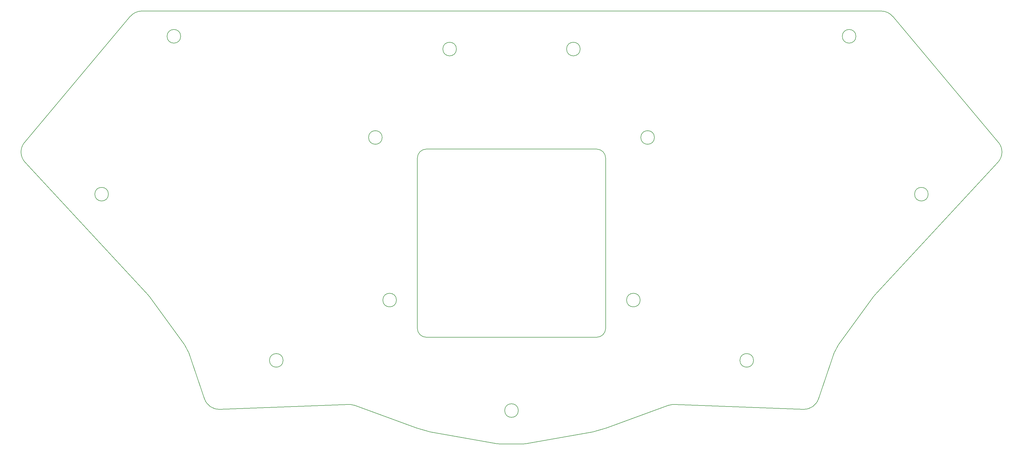
<source format=gbr>
%TF.GenerationSoftware,KiCad,Pcbnew,8.0.1*%
%TF.CreationDate,2024-05-19T15:34:11+09:00*%
%TF.ProjectId,pcb_plate,7063625f-706c-4617-9465-2e6b69636164,v1.0.0*%
%TF.SameCoordinates,Original*%
%TF.FileFunction,Profile,NP*%
%FSLAX46Y46*%
G04 Gerber Fmt 4.6, Leading zero omitted, Abs format (unit mm)*
G04 Created by KiCad (PCBNEW 8.0.1) date 2024-05-19 15:34:11*
%MOMM*%
%LPD*%
G01*
G04 APERTURE LIST*
%TA.AperFunction,Profile*%
%ADD10C,0.150000*%
%TD*%
G04 APERTURE END LIST*
D10*
X296295533Y-123763226D02*
G75*
G02*
X291795533Y-123763226I-2250000J0D01*
G01*
X291795533Y-123763226D02*
G75*
G02*
X296295533Y-123763226I2250000J0D01*
G01*
X234496847Y-245594894D02*
X213934686Y-253078907D01*
X343294718Y-158746881D02*
G75*
G02*
X343132279Y-165358925I-3830218J-3213919D01*
G01*
X210731083Y-160997081D02*
X154601087Y-160997074D01*
X225124896Y-210837284D02*
G75*
G02*
X220624888Y-210837284I-2250004J0D01*
G01*
X220624888Y-210837284D02*
G75*
G02*
X225124896Y-210837284I2250004J0D01*
G01*
X151601083Y-163997077D02*
X151601084Y-220127076D01*
X22199879Y-165358937D02*
G75*
G02*
X22037464Y-158746881I3667801J3398117D01*
G01*
X73536640Y-123763224D02*
G75*
G02*
X69036630Y-123763224I-2250005J0D01*
G01*
X69036630Y-123763224D02*
G75*
G02*
X73536640Y-123763224I2250005J0D01*
G01*
X302043063Y-209759513D02*
X290531640Y-225545711D01*
X283912568Y-243502481D02*
G75*
G02*
X278992532Y-246888085I-4733368J1610881D01*
G01*
X302043065Y-209759514D02*
G75*
G02*
X302415221Y-209307358I4040635J-2946486D01*
G01*
X154601085Y-223127079D02*
X210731081Y-223127078D01*
X86339636Y-246888106D02*
G75*
G02*
X81419608Y-243502474I-186636J4996506D01*
G01*
X262507652Y-230744952D02*
G75*
G02*
X258007652Y-230744952I-2250000J0D01*
G01*
X258007652Y-230744952D02*
G75*
G02*
X262507652Y-230744952I2250000J0D01*
G01*
X76228252Y-228248333D02*
X74800528Y-225545710D01*
X290531640Y-225545711D02*
X289103919Y-228248340D01*
X74800528Y-225545710D02*
X63289109Y-209759511D01*
X209531198Y-254359869D02*
X187449285Y-258253510D01*
X184916087Y-247307082D02*
G75*
G02*
X180416075Y-247307082I-2250006J0D01*
G01*
X180416075Y-247307082D02*
G75*
G02*
X184916087Y-247307082I2250006J0D01*
G01*
X81419604Y-243502475D02*
X76228252Y-228248333D01*
X22037462Y-158746879D02*
X56888921Y-117212517D01*
X140011193Y-157160786D02*
G75*
G02*
X135511189Y-157160786I-2250002J0D01*
G01*
X135511189Y-157160786D02*
G75*
G02*
X140011193Y-157160786I2250002J0D01*
G01*
X308443247Y-117212516D02*
X343294712Y-158746876D01*
X234496847Y-245594894D02*
G75*
G02*
X236393593Y-245296825I1710153J-4698506D01*
G01*
X210731083Y-160997081D02*
G75*
G02*
X213731119Y-163997080I17J-3000019D01*
G01*
X128938579Y-245296844D02*
G75*
G02*
X130835317Y-245594907I186621J-4996456D01*
G01*
X320131815Y-175879434D02*
G75*
G02*
X315631829Y-175879434I-2249993J0D01*
G01*
X315631829Y-175879434D02*
G75*
G02*
X320131815Y-175879434I2249993J0D01*
G01*
X60719153Y-115426457D02*
X304613020Y-115426452D01*
X278992531Y-246888102D02*
X236393592Y-245296842D01*
X304613020Y-115426452D02*
G75*
G02*
X308443247Y-117212516I-20J-5000048D01*
G01*
X107324519Y-230744948D02*
G75*
G02*
X102824511Y-230744948I-2250004J0D01*
G01*
X102824511Y-230744948D02*
G75*
G02*
X107324519Y-230744948I2250004J0D01*
G01*
X178751129Y-258329472D02*
G75*
G02*
X177882880Y-258253516I-29J5000072D01*
G01*
X289103919Y-228248340D02*
X283912568Y-243502481D01*
X213731087Y-220127079D02*
X213731086Y-163997080D01*
X151397486Y-253078908D02*
X130835320Y-245594897D01*
X177882881Y-258253510D02*
X155800977Y-254359879D01*
X343132293Y-165358938D02*
X302415221Y-209307358D01*
X213934686Y-253078907D02*
X209531198Y-254359869D01*
X154601085Y-223127079D02*
G75*
G02*
X151601121Y-220127076I15J2999979D01*
G01*
X128938579Y-245296843D02*
X86339636Y-246888107D01*
X213731087Y-220127079D02*
G75*
G02*
X210731081Y-223127087I-2999987J-21D01*
G01*
X62916949Y-209307361D02*
X22199879Y-165358936D01*
X186581045Y-258329473D02*
X178751129Y-258329472D01*
X164501396Y-127974491D02*
G75*
G02*
X160001402Y-127974491I-2249997J0D01*
G01*
X160001402Y-127974491D02*
G75*
G02*
X164501396Y-127974491I2249997J0D01*
G01*
X187449285Y-258253510D02*
G75*
G02*
X186581045Y-258329473I-868285J4924410D01*
G01*
X62916951Y-209307359D02*
G75*
G02*
X63289107Y-209759512I-3667951J-3398241D01*
G01*
X144707274Y-210837287D02*
G75*
G02*
X140207272Y-210837287I-2250001J0D01*
G01*
X140207272Y-210837287D02*
G75*
G02*
X144707274Y-210837287I2250001J0D01*
G01*
X155800977Y-254359879D02*
X151397486Y-253078908D01*
X229820984Y-157160788D02*
G75*
G02*
X225320978Y-157160788I-2250003J0D01*
G01*
X225320978Y-157160788D02*
G75*
G02*
X229820984Y-157160788I2250003J0D01*
G01*
X205330776Y-127974488D02*
G75*
G02*
X200830780Y-127974488I-2249998J0D01*
G01*
X200830780Y-127974488D02*
G75*
G02*
X205330776Y-127974488I2249998J0D01*
G01*
X49700353Y-175879433D02*
G75*
G02*
X45200355Y-175879433I-2249999J0D01*
G01*
X45200355Y-175879433D02*
G75*
G02*
X49700353Y-175879433I2249999J0D01*
G01*
X151601083Y-163997077D02*
G75*
G02*
X154601087Y-160997083I3000017J-23D01*
G01*
X56888921Y-117212517D02*
G75*
G02*
X60719153Y-115426469I3830179J-3213883D01*
G01*
M02*

</source>
